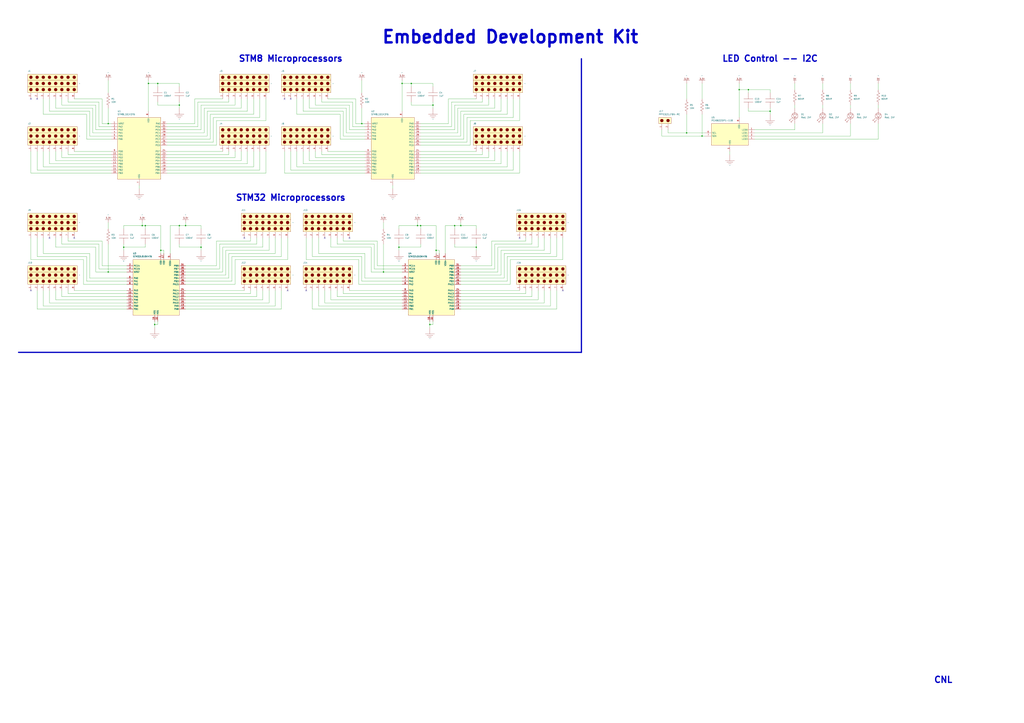
<source format=kicad_sch>
(kicad_sch (version 20231120) (generator "eeschema") (generator_version "8.0")
  (paper "A1")
  (title_block (title "Embedded Development Kit") (rev "A"))
  (lib_symbols
    (symbol "STM32L010K4T6_1"
      (property "Reference" "U" (at 5.08 55.88 0))
      (property "Value" "STM32L010K4T6" (at 5.08 53.34 0))
      (symbol "STM32L010K4T6_1_1_1"
        (pin passive line (at 27.94 55.88 270) (length 5.08) (name "VDD") (number "1"))
        (pin passive line (at 0 22.86 0) (length 5.08) (name "PA4") (number "10"))
        (pin passive line (at 0 20.32 0) (length 5.08) (name "PA5") (number "11"))
        (pin passive line (at 0 17.78 0) (length 5.08) (name "PA6") (number "12"))
        (pin passive line (at 0 15.24 0) (length 5.08) (name "PA7") (number "13"))
        (pin passive line (at 0 12.7 0) (length 5.08) (name "PB0") (number "14"))
        (pin passive line (at 0 10.16 0) (length 5.08) (name "PB1") (number "15"))
        (pin passive line (at 22.86 0 90) (length 5.08) (name "VSS") (number "16"))
        (pin passive line (at 30.48 55.88 270) (length 5.08) (name "VDD") (number "17"))
        (pin passive line (at 48.26 10.16 180) (length 5.08) (name "PA8") (number "18"))
        (pin passive line (at 48.26 12.7 180) (length 5.08) (name "PA9") (number "19"))
        (pin passive line (at 0 45.72 0) (length 5.08) (name "PC14") (number "2"))
        (pin passive line (at 48.26 15.24 180) (length 5.08) (name "PA10") (number "20"))
        (pin passive line (at 48.26 17.78 180) (length 5.08) (name "PA11") (number "21"))
        (pin passive line (at 48.26 20.32 180) (length 5.08) (name "PA12") (number "22"))
        (pin passive line (at 48.26 22.86 180) (length 5.08) (name "PA13") (number "23"))
        (pin passive line (at 48.26 25.4 180) (length 5.08) (name "PA14") (number "24"))
        (pin passive line (at 48.26 30.48 180) (length 5.08) (name "PA15") (number "25"))
        (pin passive line (at 48.26 33.02 180) (length 5.08) (name "PB3") (number "26"))
        (pin passive line (at 48.26 35.56 180) (length 5.08) (name "PB4") (number "27"))
        (pin passive line (at 48.26 38.1 180) (length 5.08) (name "PB5") (number "28"))
        (pin passive line (at 48.26 40.64 180) (length 5.08) (name "PB6") (number "29"))
        (pin passive line (at 0 43.18 0) (length 5.08) (name "PC15") (number "3"))
        (pin passive line (at 48.26 43.18 180) (length 5.08) (name "PB7") (number "30"))
        (pin passive line (at 48.26 45.72 180) (length 5.08) (name "PB9") (number "31"))
        (pin passive line (at 25.4 0 90) (length 5.08) (name "VSS") (number "32"))
        (pin passive line (at 0 40.64 0) (length 5.08) (name "NRST") (number "4"))
        (pin passive line (at 35.56 55.88 270) (length 5.08) (name "VDDA") (number "5"))
        (pin passive line (at 0 35.56 0) (length 5.08) (name "PA0") (number "6"))
        (pin passive line (at 0 33.02 0) (length 5.08) (name "PA1") (number "7"))
        (pin passive line (at 0 30.48 0) (length 5.08) (name "PA2") (number "8"))
        (pin passive line (at 0 25.4 0) (length 5.08) (name "PA3") (number "9"))
      )
    )
    (symbol "edk_symbolLibrary:151033RS03000"
      (property "Reference" "D" (at 5.08 7.62 0))
      (property "Value" "Red, 2Vf" (at 5.08 5.08 0))
      (symbol "151033RS03000_1_1"
        (pin passive line (at 0 12.7 270) (length 0) hide (name "") (number "1"))
        (pin passive line (at 0 0 90) (length 0) hide (name "") (number "2"))
      )
    )
    (symbol "edk_symbolLibrary:3.3V" (power) (pin_numbers hide) (pin_names (offset 0) hide) (in_bom no) (on_board no)
      (symbol "3.3V_1_1"
        (text "3.3V" (at 0 3.81 0) (effects (font (size 1.27 1.27))))
        (pin power_in line (at 0 0 90) (length 0) hide (name "") (number "1"))
      )
    )
    (symbol "edk_symbolLibrary:5V" (power) (pin_numbers hide) (pin_names (offset 0) hide) (in_bom no) (on_board no)
      (symbol "5V_1_1"
        (text "5V" (at 0 3.81 0) (effects (font (size 1.27 1.27))))
        (pin power_in line (at 0 0 90) (length 0) hide (name "") (number "1"))
      )
    )
    (symbol "edk_symbolLibrary:8x3_Pin_Header_PPPC"
      (property "Reference" "J" (at 0 22.86 0))
      (symbol "8x3_Pin_Header_PPPC_1_1"
        (pin passive line (at 2.54 0 90) (length 5.08) (name "") (number "1"))
        (pin passive line (at 7.62 0 90) (length 5.08) (name "") (number "2"))
        (pin passive line (at 12.7 0 90) (length 5.08) (name "") (number "3"))
        (pin passive line (at 17.78 0 90) (length 5.08) (name "") (number "4"))
        (pin passive line (at 22.86 0 90) (length 5.08) (name "") (number "5"))
        (pin passive line (at 27.94 0 90) (length 5.08) (name "") (number "6"))
        (pin passive line (at 33.02 0 90) (length 5.08) (name "") (number "7"))
        (pin passive line (at 38.1 0 90) (length 5.08) (name "") (number "8"))
      )
    )
    (symbol "edk_symbolLibrary:Capacitor_SMD-0603"
      (property "Reference" "C" (at 5.08 7.62 0))
      (symbol "Capacitor_SMD-0603_1_1"
        (pin passive line (at 0 12.7 270) (length 0) hide (name "") (number "1"))
        (pin passive line (at 0 0 90) (length 0) hide (name "") (number "2"))
      )
    )
    (symbol "edk_symbolLibrary:Capacitor_SMD-0805"
      (property "Reference" "C" (at 5.08 7.62 0))
      (symbol "Capacitor_SMD-0805_1_1"
        (pin passive line (at 0 12.7 270) (length 0) hide (name "") (number "1"))
        (pin passive line (at 0 0 90) (length 0) hide (name "") (number "2"))
      )
    )
    (symbol "edk_symbolLibrary:GND" (power) (pin_numbers hide) (pin_names (offset 0) hide) (in_bom no) (on_board no)
      (symbol "GND_1_1"
        (pin power_in line (at 0 0 270) (length 0) hide (name "") (number "1"))
      )
    )
    (symbol "edk_symbolLibrary:PCA9632DP1-118"
      (property "Reference" "U" (at 5.08 27.94 0))
      (property "Value" "PCA9632DP1-118" (at 5.08 25.4 0))
      (symbol "PCA9632DP1-118_1_1"
        (pin passive line (at 40.64 17.78 180) (length 5.08) (name "LED0") (number "1"))
        (pin passive line (at 40.64 15.24 180) (length 5.08) (name "LED1") (number "2"))
        (pin passive line (at 40.64 12.7 180) (length 5.08) (name "LED2") (number "3"))
        (pin passive line (at 40.64 10.16 180) (length 5.08) (name "LED3") (number "4"))
        (pin passive line (at 20.32 0 90) (length 5.08) (name "VSS") (number "5"))
        (pin passive line (at 0 15.24 0) (length 5.08) (name "SCL") (number "6"))
        (pin passive line (at 0 12.7 0) (length 5.08) (name "SDA") (number "7"))
        (pin passive line (at 27.94 27.94 270) (length 5.08) (name "VDD") (number "8"))
      )
    )
    (symbol "edk_symbolLibrary:PPTC021LFBN-RC"
      (property "Reference" "J" (at 0 15.24 0))
      (property "Value" "PPTC021LFBN-RC" (at 0 12.7 0))
      (symbol "PPTC021LFBN-RC_1_1"
        (pin passive line (at 2.54 0 90) (length 5.08) (name "") (number "1"))
        (pin passive line (at 7.62 0 90) (length 5.08) (name "") (number "2"))
      )
    )
    (symbol "edk_symbolLibrary:Resistor_SMD-0603"
      (property "Reference" "R" (at 2.54 7.62 0))
      (symbol "Resistor_SMD-0603_1_1"
        (pin passive line (at 0 12.7 270) (length 0) hide (name "") (number "1"))
        (pin passive line (at 0 0 90) (length 0) hide (name "") (number "2"))
      )
    )
    (symbol "edk_symbolLibrary:STM8L101K3T6"
      (property "Reference" "U" (at 5.08 60.96 0))
      (property "Value" "STM8L101K3T6" (at 5.08 58.42 0))
      (symbol "STM8L101K3T6_1_1"
        (pin passive line (at 0 50.8 0) (length 5.08) (name "NRST") (number "1"))
        (pin passive line (at 0 25.4 0) (length 5.08) (name "PD1") (number "10"))
        (pin passive line (at 0 22.86 0) (length 5.08) (name "PD2") (number "11"))
        (pin passive line (at 0 20.32 0) (length 5.08) (name "PD3") (number "12"))
        (pin passive line (at 0 17.78 0) (length 5.08) (name "PB0") (number "13"))
        (pin passive line (at 0 15.24 0) (length 5.08) (name "PB1") (number "14"))
        (pin passive line (at 0 12.7 0) (length 5.08) (name "PB2") (number "15"))
        (pin passive line (at 0 10.16 0) (length 5.08) (name "PB3") (number "16"))
        (pin passive line (at 45.72 10.16 180) (length 5.08) (name "PB4") (number "17"))
        (pin passive line (at 45.72 12.7 180) (length 5.08) (name "PB5") (number "18"))
        (pin passive line (at 45.72 15.24 180) (length 5.08) (name "PB6") (number "19"))
        (pin passive line (at 0 48.26 0) (length 5.08) (name "PA2") (number "2"))
        (pin passive line (at 45.72 17.78 180) (length 5.08) (name "PB7") (number "20"))
        (pin passive line (at 45.72 20.32 180) (length 5.08) (name "PD4") (number "21"))
        (pin passive line (at 45.72 22.86 180) (length 5.08) (name "PD5") (number "22"))
        (pin passive line (at 45.72 25.4 180) (length 5.08) (name "PD6") (number "23"))
        (pin passive line (at 45.72 27.94 180) (length 5.08) (name "PD7") (number "24"))
        (pin passive line (at 45.72 33.02 180) (length 5.08) (name "PC0") (number "25"))
        (pin passive line (at 45.72 35.56 180) (length 5.08) (name "PC1") (number "26"))
        (pin passive line (at 45.72 38.1 180) (length 5.08) (name "PC2") (number "27"))
        (pin passive line (at 45.72 40.64 180) (length 5.08) (name "PC3") (number "28"))
        (pin passive line (at 45.72 43.18 180) (length 5.08) (name "PC4") (number "29"))
        (pin passive line (at 0 45.72 0) (length 5.08) (name "PA3") (number "3"))
        (pin passive line (at 45.72 45.72 180) (length 5.08) (name "PC5") (number "30"))
        (pin passive line (at 45.72 48.26 180) (length 5.08) (name "PC6") (number "31"))
        (pin passive line (at 45.72 50.8 180) (length 5.08) (name "PA0") (number "32"))
        (pin passive line (at 0 43.18 0) (length 5.08) (name "PA4") (number "4"))
        (pin passive line (at 0 40.64 0) (length 5.08) (name "PA5") (number "5"))
        (pin passive line (at 0 38.1 0) (length 5.08) (name "PA6") (number "6"))
        (pin passive line (at 22.86 0 90) (length 5.08) (name "VSS") (number "7"))
        (pin passive line (at 30.48 60.96 270) (length 5.08) (name "VDD") (number "8"))
        (pin passive line (at 0 27.94 0) (length 5.08) (name "PD0") (number "9"))
      )
    )
  )
  (junction (at 129.54 68.58))
  (junction (at 88.9 101.6))
  (junction (at 121.92 68.58))
  (junction (at 147.32 185.42))
  (junction (at 88.9 223.52))
  (junction (at 355.6 86.36))
  (junction (at 632.46 91.44))
  (junction (at 116.84 185.42))
  (junction (at 391.16 203.2))
  (junction (at 576.58 111.76))
  (junction (at 314.96 223.52))
  (junction (at 327.66 203.2))
  (junction (at 101.6 203.2))
  (junction (at 563.88 109.22))
  (junction (at 330.2 68.58))
  (junction (at 337.82 68.58))
  (junction (at 607.06 73.66))
  (junction (at 373.38 185.42))
  (junction (at 358.14 205.74))
  (junction (at 297.18 101.6))
  (junction (at 353.06 266.7))
  (junction (at 165.1 203.2))
  (junction (at 132.08 205.74))
  (junction (at 127 266.7))
  (junction (at 345.44 185.42))
  (junction (at 614.68 73.66))
  (junction (at 119.38 185.42))
  (junction (at 378.46 185.42))
  (junction (at 147.32 86.36))
  (junction (at 152.4 185.42))
  (junction (at 342.9 185.42))
  (no_connect (at 426.72 195.58))
  (no_connect (at 200.66 195.58))
  (no_connect (at 233.68 81.28))
  (no_connect (at 40.64 195.58))
  (no_connect (at 60.96 195.58))
  (no_connect (at 30.48 81.28))
  (no_connect (at 236.22 238.76))
  (no_connect (at 25.4 81.28))
  (no_connect (at 462.28 238.76))
  (no_connect (at 266.7 195.58))
  (no_connect (at 251.46 238.76))
  (no_connect (at 25.4 238.76))
  (no_connect (at 287.02 195.58))
  (no_connect (at 238.76 81.28))
  (wire (pts (xy 50.8 81.28) (xy 50.8 86.36)))
  (wire (pts (xy 269.24 124.46) (xy 299.72 124.46)))
  (wire (pts (xy 421.64 96.52) (xy 421.64 81.28)))
  (wire (pts (xy 345.44 111.76) (xy 378.46 111.76)))
  (wire (pts (xy 68.58 213.36) (xy 25.4 213.36)))
  (wire (pts (xy 314.96 200.66) (xy 314.96 223.52)))
  (wire (pts (xy 187.96 83.82) (xy 162.56 83.82)))
  (wire (pts (xy 276.86 243.84) (xy 330.2 243.84)))
  (wire (pts (xy 238.76 139.7) (xy 299.72 139.7)))
  (wire (pts (xy 226.06 251.46) (xy 226.06 238.76)))
  (wire (pts (xy 35.56 93.98) (xy 35.56 81.28)))
  (wire (pts (xy 40.64 91.44) (xy 73.66 91.44)))
  (wire (pts (xy 83.82 218.44) (xy 104.14 218.44)))
  (wire (pts (xy 632.46 91.44) (xy 632.46 93.98)))
  (wire (pts (xy 137.16 142.24) (xy 218.44 142.24)))
  (wire (pts (xy 254 132.08) (xy 299.72 132.08)))
  (wire (pts (xy 71.12 210.82) (xy 30.48 210.82)))
  (wire (pts (xy 396.24 83.82) (xy 370.84 83.82)))
  (wire (pts (xy 411.48 134.62) (xy 345.44 134.62)))
  (wire (pts (xy 137.16 119.38) (xy 177.8 119.38)))
  (wire (pts (xy 281.94 91.44) (xy 281.94 111.76)))
  (wire (pts (xy 264.16 124.46) (xy 264.16 127)))
  (wire (pts (xy 30.48 124.46) (xy 30.48 139.7)))
  (wire (pts (xy 436.88 200.66) (xy 436.88 195.58)))
  (wire (pts (xy 259.08 86.36) (xy 287.02 86.36)))
  (wire (pts (xy 213.36 139.7) (xy 137.16 139.7)))
  (wire (pts (xy 355.6 83.82) (xy 355.6 86.36)))
  (polyline (pts (xy 477.52 48.26) (xy 477.52 289.56)) (stroke (width 1.016)))
  (wire (pts (xy 71.12 231.14) (xy 104.14 231.14)))
  (wire (pts (xy 83.82 81.28) (xy 83.82 101.6)))
  (polyline (pts (xy 15.24 289.56) (xy 477.52 289.56)) (stroke (width 1.016)))
  (wire (pts (xy 248.92 81.28) (xy 248.92 91.44)))
  (wire (pts (xy 353.06 266.7) (xy 353.06 269.24)))
  (wire (pts (xy 447.04 205.74) (xy 447.04 195.58)))
  (wire (pts (xy 345.44 129.54) (xy 401.32 129.54)))
  (wire (pts (xy 152.4 241.3) (xy 205.74 241.3)))
  (wire (pts (xy 73.66 208.28) (xy 35.56 208.28)))
  (wire (pts (xy 83.82 101.6) (xy 88.9 101.6)))
  (wire (pts (xy 55.88 241.3) (xy 104.14 241.3)))
  (wire (pts (xy 50.8 124.46) (xy 50.8 129.54)))
  (wire (pts (xy 129.54 264.16) (xy 129.54 266.7)))
  (wire (pts (xy 248.92 91.44) (xy 281.94 91.44)))
  (wire (pts (xy 177.8 99.06) (xy 218.44 99.06)))
  (wire (pts (xy 607.06 73.66) (xy 614.68 73.66)))
  (wire (pts (xy 76.2 109.22) (xy 91.44 109.22)))
  (wire (pts (xy 137.16 129.54) (xy 193.04 129.54)))
  (wire (pts (xy 378.46 248.92) (xy 447.04 248.92)))
  (wire (pts (xy 266.7 248.92) (xy 266.7 238.76)))
  (wire (pts (xy 243.84 93.98) (xy 243.84 81.28)))
  (wire (pts (xy 607.06 68.58) (xy 607.06 73.66)))
  (wire (pts (xy 576.58 68.58) (xy 576.58 81.28)))
  (wire (pts (xy 419.1 233.68) (xy 419.1 213.36)))
  (wire (pts (xy 78.74 86.36) (xy 78.74 106.68)))
  (wire (pts (xy 129.54 68.58) (xy 129.54 71.12)))
  (wire (pts (xy 543.56 111.76) (xy 543.56 106.68)))
  (wire (pts (xy 152.4 182.88) (xy 152.4 185.42)))
  (wire (pts (xy 360.68 208.28) (xy 360.68 205.74)))
  (wire (pts (xy 256.54 210.82) (xy 256.54 195.58)))
  (wire (pts (xy 68.58 233.68) (xy 104.14 233.68)))
  (wire (pts (xy 289.56 83.82) (xy 289.56 104.14)))
  (wire (pts (xy 132.08 205.74) (xy 132.08 208.28)))
  (wire (pts (xy 152.4 233.68) (xy 193.04 233.68)))
  (wire (pts (xy 55.88 127) (xy 91.44 127)))
  (wire (pts (xy 411.48 205.74) (xy 447.04 205.74)))
  (wire (pts (xy 406.4 81.28) (xy 406.4 88.9)))
  (wire (pts (xy 294.64 213.36) (xy 251.46 213.36)))
  (wire (pts (xy 119.38 185.42) (xy 119.38 187.96)))
  (wire (pts (xy 632.46 88.9) (xy 632.46 91.44)))
  (wire (pts (xy 88.9 223.52) (xy 78.74 223.52)))
  (wire (pts (xy 386.08 99.06) (xy 426.72 99.06)))
  (wire (pts (xy 281.94 198.12) (xy 281.94 195.58)))
  (wire (pts (xy 307.34 200.66) (xy 276.86 200.66)))
  (wire (pts (xy 698.5 68.58) (xy 698.5 73.66)))
  (wire (pts (xy 373.38 200.66) (xy 373.38 203.2)))
  (wire (pts (xy 391.16 203.2) (xy 391.16 205.74)))
  (wire (pts (xy 416.56 231.14) (xy 416.56 210.82)))
  (wire (pts (xy 327.66 187.96) (xy 327.66 185.42)))
  (wire (pts (xy 81.28 83.82) (xy 55.88 83.82)))
  (wire (pts (xy 281.94 241.3) (xy 330.2 241.3)))
  (wire (pts (xy 35.56 195.58) (xy 35.56 208.28)))
  (wire (pts (xy 152.4 220.98) (xy 180.34 220.98)))
  (wire (pts (xy 406.4 220.98) (xy 406.4 200.66)))
  (wire (pts (xy 337.82 68.58) (xy 337.82 71.12)))
  (wire (pts (xy 431.8 198.12) (xy 431.8 195.58)))
  (wire (pts (xy 614.68 88.9) (xy 614.68 91.44)))
  (wire (pts (xy 426.72 99.06) (xy 426.72 81.28)))
  (wire (pts (xy 134.62 205.74) (xy 132.08 205.74)))
  (wire (pts (xy 441.96 246.38) (xy 441.96 238.76)))
  (wire (pts (xy 152.4 243.84) (xy 210.82 243.84)))
  (wire (pts (xy 314.96 182.88) (xy 314.96 187.96)))
  (wire (pts (xy 119.38 203.2) (xy 101.6 203.2)))
  (wire (pts (xy 127 264.16) (xy 127 266.7)))
  (wire (pts (xy 378.46 251.46) (xy 452.12 251.46)))
  (wire (pts (xy 78.74 106.68) (xy 91.44 106.68)))
  (wire (pts (xy 675.64 68.58) (xy 675.64 73.66)))
  (wire (pts (xy 114.3 152.4) (xy 114.3 154.94)))
  (wire (pts (xy 373.38 203.2) (xy 391.16 203.2)))
  (wire (pts (xy 215.9 203.2) (xy 215.9 195.58)))
  (wire (pts (xy 40.64 81.28) (xy 40.64 91.44)))
  (wire (pts (xy 342.9 185.42) (xy 345.44 185.42)))
  (wire (pts (xy 652.78 86.36) (xy 652.78 88.9)))
  (wire (pts (xy 25.4 213.36) (xy 25.4 195.58)))
  (wire (pts (xy 563.88 68.58) (xy 563.88 81.28)))
  (wire (pts (xy 167.64 109.22) (xy 137.16 109.22)))
  (wire (pts (xy 226.06 208.28) (xy 226.06 195.58)))
  (wire (pts (xy 345.44 203.2) (xy 327.66 203.2)))
  (wire (pts (xy 281.94 241.3) (xy 281.94 238.76)))
  (wire (pts (xy 25.4 124.46) (xy 25.4 142.24)))
  (wire (pts (xy 271.78 203.2) (xy 271.78 195.58)))
  (wire (pts (xy 73.66 91.44) (xy 73.66 111.76)))
  (wire (pts (xy 78.74 223.52) (xy 78.74 203.2)))
  (wire (pts (xy 127 266.7) (xy 127 269.24)))
  (wire (pts (xy 30.48 139.7) (xy 91.44 139.7)))
  (wire (pts (xy 261.62 251.46) (xy 330.2 251.46)))
  (wire (pts (xy 167.64 88.9) (xy 167.64 109.22)))
  (wire (pts (xy 132.08 205.74) (xy 132.08 185.42)))
  (wire (pts (xy 370.84 83.82) (xy 370.84 104.14)))
  (wire (pts (xy 170.18 111.76) (xy 170.18 91.44)))
  (wire (pts (xy 330.2 68.58) (xy 337.82 68.58)))
  (wire (pts (xy 421.64 139.7) (xy 345.44 139.7)))
  (wire (pts (xy 68.58 233.68) (xy 68.58 213.36)))
  (wire (pts (xy 345.44 119.38) (xy 386.08 119.38)))
  (wire (pts (xy 50.8 243.84) (xy 50.8 238.76)))
  (wire (pts (xy 457.2 210.82) (xy 457.2 195.58)))
  (wire (pts (xy 218.44 142.24) (xy 218.44 124.46)))
  (wire (pts (xy 35.56 251.46) (xy 104.14 251.46)))
  (wire (pts (xy 208.28 81.28) (xy 208.28 93.98)))
  (wire (pts (xy 721.36 114.3) (xy 721.36 101.6)))
  (wire (pts (xy 220.98 248.92) (xy 220.98 238.76)))
  (wire (pts (xy 60.96 81.28) (xy 83.82 81.28)))
  (wire (pts (xy 152.4 231.14) (xy 190.5 231.14)))
  (wire (pts (xy 139.7 185.42) (xy 139.7 208.28)))
  (wire (pts (xy 378.46 243.84) (xy 436.88 243.84)))
  (wire (pts (xy 426.72 142.24) (xy 426.72 124.46)))
  (wire (pts (xy 165.1 200.66) (xy 165.1 203.2)))
  (wire (pts (xy 403.86 198.12) (xy 431.8 198.12)))
  (wire (pts (xy 121.92 66.04) (xy 121.92 68.58)))
  (wire (pts (xy 373.38 185.42) (xy 373.38 187.96)))
  (wire (pts (xy 55.88 124.46) (xy 55.88 127)))
  (wire (pts (xy 365.76 185.42) (xy 373.38 185.42)))
  (wire (pts (xy 129.54 83.82) (xy 129.54 86.36)))
  (wire (pts (xy 121.92 91.44) (xy 121.92 68.58)))
  (wire (pts (xy 152.4 246.38) (xy 215.9 246.38)))
  (wire (pts (xy 462.28 213.36) (xy 462.28 195.58)))
  (wire (pts (xy 152.4 251.46) (xy 226.06 251.46)))
  (wire (pts (xy 271.78 246.38) (xy 271.78 238.76)))
  (wire (pts (xy 182.88 223.52) (xy 182.88 203.2)))
  (wire (pts (xy 411.48 226.06) (xy 411.48 205.74)))
  (wire (pts (xy 170.18 91.44) (xy 203.2 91.44)))
  (wire (pts (xy 378.46 254) (xy 457.2 254)))
  (wire (pts (xy 73.66 111.76) (xy 91.44 111.76)))
  (wire (pts (xy 45.72 88.9) (xy 45.72 81.28)))
  (wire (pts (xy 101.6 187.96) (xy 101.6 185.42)))
  (wire (pts (xy 81.28 104.14) (xy 91.44 104.14)))
  (wire (pts (xy 276.86 200.66) (xy 276.86 195.58)))
  (wire (pts (xy 353.06 264.16) (xy 353.06 266.7)))
  (wire (pts (xy 243.84 137.16) (xy 299.72 137.16)))
  (wire (pts (xy 614.68 91.44) (xy 632.46 91.44)))
  (wire (pts (xy 205.74 198.12) (xy 205.74 195.58)))
  (wire (pts (xy 378.46 182.88) (xy 378.46 185.42)))
  (wire (pts (xy 137.16 132.08) (xy 198.12 132.08)))
  (wire (pts (xy 452.12 251.46) (xy 452.12 238.76)))
  (wire (pts (xy 721.36 68.58) (xy 721.36 73.66)))
  (wire (pts (xy 185.42 205.74) (xy 220.98 205.74)))
  (wire (pts (xy 327.66 200.66) (xy 327.66 203.2)))
  (wire (pts (xy 675.64 109.22) (xy 675.64 101.6)))
  (wire (pts (xy 264.16 81.28) (xy 264.16 83.82)))
  (wire (pts (xy 292.1 101.6) (xy 297.18 101.6)))
  (wire (pts (xy 137.16 124.46) (xy 182.88 124.46)))
  (wire (pts (xy 548.64 109.22) (xy 548.64 106.68)))
  (wire (pts (xy 187.96 127) (xy 187.96 124.46)))
  (wire (pts (xy 381 93.98) (xy 381 114.3)))
  (wire (pts (xy 576.58 93.98) (xy 576.58 111.76)))
  (wire (pts (xy 698.5 111.76) (xy 698.5 101.6)))
  (wire (pts (xy 101.6 203.2) (xy 101.6 205.74)))
  (wire (pts (xy 264.16 127) (xy 299.72 127)))
  (wire (pts (xy 406.4 88.9) (xy 375.92 88.9)))
  (wire (pts (xy 414.02 208.28) (xy 452.12 208.28)))
  (wire (pts (xy 383.54 96.52) (xy 421.64 96.52)))
  (wire (pts (xy 391.16 187.96) (xy 391.16 185.42)))
  (wire (pts (xy 391.16 200.66) (xy 391.16 203.2)))
  (wire (pts (xy 60.96 124.46) (xy 91.44 124.46)))
  (wire (pts (xy 261.62 195.58) (xy 261.62 208.28)))
  (wire (pts (xy 160.02 101.6) (xy 160.02 81.28)))
  (wire (pts (xy 71.12 93.98) (xy 35.56 93.98)))
  (wire (pts (xy 165.1 203.2) (xy 165.1 205.74)))
  (wire (pts (xy 254 88.9) (xy 254 81.28)))
  (wire (pts (xy 35.56 124.46) (xy 35.56 137.16)))
  (wire (pts (xy 203.2 91.44) (xy 203.2 81.28)))
  (wire (pts (xy 607.06 73.66) (xy 607.06 96.52)))
  (wire (pts (xy 55.88 198.12) (xy 55.88 195.58)))
  (wire (pts (xy 81.28 200.66) (xy 50.8 200.66)))
  (wire (pts (xy 378.46 91.44) (xy 411.48 91.44)))
  (wire (pts (xy 208.28 137.16) (xy 208.28 124.46)))
  (wire (pts (xy 378.46 218.44) (xy 403.86 218.44)))
  (wire (pts (xy 165.1 86.36) (xy 193.04 86.36)))
  (wire (pts (xy 45.72 246.38) (xy 45.72 238.76)))
  (wire (pts (xy 330.2 66.04) (xy 330.2 68.58)))
  (wire (pts (xy 345.44 116.84) (xy 383.54 116.84)))
  (wire (pts (xy 101.6 185.42) (xy 116.84 185.42)))
  (wire (pts (xy 297.18 231.14) (xy 297.18 210.82)))
  (wire (pts (xy 50.8 86.36) (xy 78.74 86.36)))
  (wire (pts (xy 137.16 104.14) (xy 162.56 104.14)))
  (wire (pts (xy 25.4 142.24) (xy 91.44 142.24)))
  (wire (pts (xy 187.96 208.28) (xy 226.06 208.28)))
  (wire (pts (xy 193.04 129.54) (xy 193.04 124.46)))
  (wire (pts (xy 386.08 119.38) (xy 386.08 99.06)))
  (wire (pts (xy 406.4 132.08) (xy 406.4 124.46)))
  (wire (pts (xy 284.48 109.22) (xy 299.72 109.22)))
  (wire (pts (xy 35.56 251.46) (xy 35.56 238.76)))
  (wire (pts (xy 88.9 223.52) (xy 104.14 223.52)))
  (wire (pts (xy 233.68 124.46) (xy 233.68 142.24)))
  (wire (pts (xy 198.12 81.28) (xy 198.12 88.9)))
  (wire (pts (xy 284.48 88.9) (xy 284.48 109.22)))
  (wire (pts (xy 614.68 73.66) (xy 614.68 76.2)))
  (wire (pts (xy 337.82 86.36) (xy 355.6 86.36)))
  (wire (pts (xy 543.56 111.76) (xy 576.58 111.76)))
  (wire (pts (xy 213.36 96.52) (xy 213.36 81.28)))
  (wire (pts (xy 40.64 248.92) (xy 104.14 248.92)))
  (wire (pts (xy 294.64 233.68) (xy 294.64 213.36)))
  (wire (pts (xy 147.32 83.82) (xy 147.32 86.36)))
  (wire (pts (xy 198.12 88.9) (xy 167.64 88.9)))
  (wire (pts (xy 378.46 231.14) (xy 416.56 231.14)))
  (wire (pts (xy 698.5 86.36) (xy 698.5 88.9)))
  (wire (pts (xy 177.8 198.12) (xy 205.74 198.12)))
  (wire (pts (xy 193.04 86.36) (xy 193.04 81.28)))
  (wire (pts (xy 355.6 68.58) (xy 355.6 71.12)))
  (wire (pts (xy 210.82 243.84) (xy 210.82 238.76)))
  (wire (pts (xy 187.96 228.6) (xy 187.96 208.28)))
  (wire (pts (xy 152.4 254) (xy 231.14 254)))
  (wire (pts (xy 137.16 111.76) (xy 170.18 111.76)))
  (wire (pts (xy 309.88 198.12) (xy 281.94 198.12)))
  (wire (pts (xy 81.28 220.98) (xy 81.28 200.66)))
  (wire (pts (xy 373.38 86.36) (xy 401.32 86.36)))
  (wire (pts (xy 309.88 218.44) (xy 330.2 218.44)))
  (wire (pts (xy 134.62 208.28) (xy 134.62 205.74)))
  (wire (pts (xy 289.56 104.14) (xy 299.72 104.14)))
  (wire (pts (xy 119.38 200.66) (xy 119.38 203.2)))
  (wire (pts (xy 337.82 68.58) (xy 355.6 68.58)))
  (wire (pts (xy 243.84 124.46) (xy 243.84 137.16)))
  (wire (pts (xy 368.3 101.6) (xy 368.3 81.28)))
  (wire (pts (xy 284.48 88.9) (xy 254 88.9)))
  (wire (pts (xy 119.38 185.42) (xy 132.08 185.42)))
  (wire (pts (xy 152.4 218.44) (xy 177.8 218.44)))
  (wire (pts (xy 88.9 88.9) (xy 88.9 101.6)))
  (wire (pts (xy 279.4 93.98) (xy 243.84 93.98)))
  (wire (pts (xy 147.32 68.58) (xy 147.32 71.12)))
  (wire (pts (xy 375.92 109.22) (xy 345.44 109.22)))
  (wire (pts (xy 721.36 86.36) (xy 721.36 88.9)))
  (wire (pts (xy 452.12 208.28) (xy 452.12 195.58)))
  (wire (pts (xy 419.1 213.36) (xy 462.28 213.36)))
  (wire (pts (xy 50.8 243.84) (xy 104.14 243.84)))
  (wire (pts (xy 83.82 198.12) (xy 55.88 198.12)))
  (wire (pts (xy 71.12 114.3) (xy 91.44 114.3)))
  (wire (pts (xy 355.6 86.36) (xy 355.6 88.9)))
  (wire (pts (xy 396.24 127) (xy 396.24 124.46)))
  (wire (pts (xy 30.48 210.82) (xy 30.48 195.58)))
  (wire (pts (xy 147.32 200.66) (xy 147.32 203.2)))
  (wire (pts (xy 137.16 137.16) (xy 208.28 137.16)))
  (wire (pts (xy 297.18 66.04) (xy 297.18 76.2)))
  (wire (pts (xy 152.4 223.52) (xy 182.88 223.52)))
  (wire (pts (xy 175.26 96.52) (xy 213.36 96.52)))
  (wire (pts (xy 314.96 223.52) (xy 304.8 223.52)))
  (wire (pts (xy 50.8 200.66) (xy 50.8 195.58)))
  (wire (pts (xy 579.12 111.76) (xy 576.58 111.76)))
  (wire (pts (xy 345.44 127) (xy 396.24 127)))
  (wire (pts (xy 205.74 241.3) (xy 205.74 238.76)))
  (wire (pts (xy 297.18 101.6) (xy 299.72 101.6)))
  (wire (pts (xy 208.28 93.98) (xy 172.72 93.98)))
  (wire (pts (xy 261.62 251.46) (xy 261.62 238.76)))
  (wire (pts (xy 172.72 114.3) (xy 137.16 114.3)))
  (wire (pts (xy 411.48 124.46) (xy 411.48 134.62)))
  (wire (pts (xy 231.14 254) (xy 231.14 238.76)))
  (wire (pts (xy 266.7 248.92) (xy 330.2 248.92)))
  (wire (pts (xy 213.36 124.46) (xy 213.36 139.7)))
  (wire (pts (xy 342.9 182.88) (xy 342.9 185.42)))
  (wire (pts (xy 309.88 218.44) (xy 309.88 198.12)))
  (wire (pts (xy 251.46 213.36) (xy 251.46 195.58)))
  (wire (pts (xy 180.34 220.98) (xy 180.34 200.66)))
  (wire (pts (xy 116.84 185.42) (xy 119.38 185.42)))
  (wire (pts (xy 391.16 185.42) (xy 378.46 185.42)))
  (wire (pts (xy 322.58 152.4) (xy 322.58 154.94)))
  (wire (pts (xy 152.4 228.6) (xy 187.96 228.6)))
  (wire (pts (xy 345.44 124.46) (xy 391.16 124.46)))
  (wire (pts (xy 116.84 182.88) (xy 116.84 185.42)))
  (wire (pts (xy 619.76 106.68) (xy 652.78 106.68)))
  (wire (pts (xy 269.24 81.28) (xy 292.1 81.28)))
  (wire (pts (xy 299.72 228.6) (xy 330.2 228.6)))
  (wire (pts (xy 71.12 93.98) (xy 71.12 114.3)))
  (wire (pts (xy 83.82 218.44) (xy 83.82 198.12)))
  (wire (pts (xy 447.04 248.92) (xy 447.04 238.76)))
  (wire (pts (xy 165.1 185.42) (xy 152.4 185.42)))
  (wire (pts (xy 129.54 68.58) (xy 147.32 68.58)))
  (wire (pts (xy 190.5 210.82) (xy 231.14 210.82)))
  (wire (pts (xy 421.64 124.46) (xy 421.64 139.7)))
  (wire (pts (xy 129.54 266.7) (xy 127 266.7)))
  (wire (pts (xy 292.1 81.28) (xy 292.1 101.6)))
  (wire (pts (xy 152.4 185.42) (xy 147.32 185.42)))
  (wire (pts (xy 368.3 81.28) (xy 391.16 81.28)))
  (wire (pts (xy 373.38 106.68) (xy 373.38 86.36)))
  (wire (pts (xy 345.44 137.16) (xy 416.56 137.16)))
  (wire (pts (xy 619.76 111.76) (xy 698.5 111.76)))
  (wire (pts (xy 441.96 203.2) (xy 441.96 195.58)))
  (wire (pts (xy 619.76 114.3) (xy 721.36 114.3)))
  (wire (pts (xy 147.32 203.2) (xy 165.1 203.2)))
  (wire (pts (xy 378.46 111.76) (xy 378.46 91.44)))
  (wire (pts (xy 177.8 218.44) (xy 177.8 198.12)))
  (wire (pts (xy 327.66 185.42) (xy 342.9 185.42)))
  (wire (pts (xy 88.9 182.88) (xy 88.9 187.96)))
  (wire (pts (xy 345.44 106.68) (xy 373.38 106.68)))
  (wire (pts (xy 431.8 241.3) (xy 431.8 238.76)))
  (wire (pts (xy 271.78 246.38) (xy 330.2 246.38)))
  (wire (pts (xy 139.7 185.42) (xy 147.32 185.42)))
  (wire (pts (xy 193.04 213.36) (xy 236.22 213.36)))
  (wire (pts (xy 76.2 88.9) (xy 76.2 109.22)))
  (wire (pts (xy 187.96 81.28) (xy 187.96 83.82)))
  (wire (pts (xy 218.44 99.06) (xy 218.44 81.28)))
  (wire (pts (xy 152.4 226.06) (xy 185.42 226.06)))
  (wire (pts (xy 76.2 88.9) (xy 45.72 88.9)))
  (wire (pts (xy 121.92 68.58) (xy 129.54 68.58)))
  (wire (pts (xy 378.46 220.98) (xy 406.4 220.98)))
  (wire (pts (xy 215.9 246.38) (xy 215.9 238.76)))
  (wire (pts (xy 248.92 124.46) (xy 248.92 134.62)))
  (wire (pts (xy 614.68 73.66) (xy 632.46 73.66)))
  (wire (pts (xy 182.88 203.2) (xy 215.9 203.2)))
  (wire (pts (xy 345.44 104.14) (xy 370.84 104.14)))
  (wire (pts (xy 416.56 81.28) (xy 416.56 93.98)))
  (wire (pts (xy 652.78 68.58) (xy 652.78 73.66)))
  (wire (pts (xy 345.44 185.42) (xy 345.44 187.96)))
  (wire (pts (xy 73.66 228.6) (xy 73.66 208.28)))
  (wire (pts (xy 88.9 200.66) (xy 88.9 223.52)))
  (wire (pts (xy 256.54 254) (xy 330.2 254)))
  (wire (pts (xy 378.46 185.42) (xy 373.38 185.42)))
  (wire (pts (xy 88.9 101.6) (xy 91.44 101.6)))
  (wire (pts (xy 137.16 101.6) (xy 160.02 101.6)))
  (wire (pts (xy 160.02 81.28) (xy 182.88 81.28)))
  (wire (pts (xy 355.6 266.7) (xy 353.06 266.7)))
  (wire (pts (xy 287.02 106.68) (xy 299.72 106.68)))
  (wire (pts (xy 210.82 200.66) (xy 210.82 195.58)))
  (wire (pts (xy 198.12 132.08) (xy 198.12 124.46)))
  (wire (pts (xy 345.44 101.6) (xy 368.3 101.6)))
  (wire (pts (xy 81.28 220.98) (xy 104.14 220.98)))
  (wire (pts (xy 50.8 129.54) (xy 91.44 129.54)))
  (wire (pts (xy 193.04 233.68) (xy 193.04 213.36)))
  (wire (pts (xy 548.64 109.22) (xy 563.88 109.22)))
  (wire (pts (xy 35.56 137.16) (xy 91.44 137.16)))
  (wire (pts (xy 180.34 200.66) (xy 210.82 200.66)))
  (wire (pts (xy 276.86 243.84) (xy 276.86 238.76)))
  (wire (pts (xy 375.92 88.9) (xy 375.92 109.22)))
  (wire (pts (xy 563.88 93.98) (xy 563.88 109.22)))
  (wire (pts (xy 162.56 83.82) (xy 162.56 104.14)))
  (wire (pts (xy 287.02 86.36) (xy 287.02 106.68)))
  (wire (pts (xy 378.46 233.68) (xy 419.1 233.68)))
  (wire (pts (xy 378.46 223.52) (xy 408.94 223.52)))
  (wire (pts (xy 304.8 223.52) (xy 304.8 203.2)))
  (wire (pts (xy 30.48 254) (xy 30.48 238.76)))
  (wire (pts (xy 177.8 119.38) (xy 177.8 99.06)))
  (wire (pts (xy 147.32 86.36) (xy 147.32 88.9)))
  (wire (pts (xy 55.88 241.3) (xy 55.88 238.76)))
  (wire (pts (xy 147.32 185.42) (xy 147.32 187.96)))
  (wire (pts (xy 294.64 233.68) (xy 330.2 233.68)))
  (wire (pts (xy 345.44 132.08) (xy 406.4 132.08)))
  (wire (pts (xy 45.72 124.46) (xy 45.72 132.08)))
  (wire (pts (xy 45.72 132.08) (xy 91.44 132.08)))
  (wire (pts (xy 378.46 241.3) (xy 431.8 241.3)))
  (wire (pts (xy 60.96 238.76) (xy 104.14 238.76)))
  (wire (pts (xy 314.96 223.52) (xy 330.2 223.52)))
  (wire (pts (xy 40.64 248.92) (xy 40.64 238.76)))
  (wire (pts (xy 457.2 254) (xy 457.2 238.76)))
  (wire (pts (xy 381 114.3) (xy 345.44 114.3)))
  (wire (pts (xy 287.02 238.76) (xy 330.2 238.76)))
  (wire (pts (xy 165.1 187.96) (xy 165.1 185.42)))
  (wire (pts (xy 345.44 200.66) (xy 345.44 203.2)))
  (wire (pts (xy 345.44 185.42) (xy 358.14 185.42)))
  (wire (pts (xy 254 124.46) (xy 254 132.08)))
  (wire (pts (xy 403.86 218.44) (xy 403.86 198.12)))
  (wire (pts (xy 279.4 93.98) (xy 279.4 114.3)))
  (wire (pts (xy 411.48 91.44) (xy 411.48 81.28)))
  (wire (pts (xy 358.14 205.74) (xy 358.14 185.42)))
  (wire (pts (xy 152.4 238.76) (xy 200.66 238.76)))
  (wire (pts (xy 71.12 231.14) (xy 71.12 210.82)))
  (wire (pts (xy 304.8 203.2) (xy 271.78 203.2)))
  (wire (pts (xy 383.54 116.84) (xy 383.54 96.52)))
  (wire (pts (xy 365.76 185.42) (xy 365.76 208.28)))
  (wire (pts (xy 337.82 83.82) (xy 337.82 86.36)))
  (wire (pts (xy 416.56 210.82) (xy 457.2 210.82)))
  (wire (pts (xy 619.76 109.22) (xy 675.64 109.22)))
  (wire (pts (xy 45.72 246.38) (xy 104.14 246.38)))
  (wire (pts (xy 203.2 124.46) (xy 203.2 134.62)))
  (wire (pts (xy 203.2 134.62) (xy 137.16 134.62)))
  (wire (pts (xy 101.6 200.66) (xy 101.6 203.2)))
  (wire (pts (xy 378.46 228.6) (xy 414.02 228.6)))
  (wire (pts (xy 152.4 248.92) (xy 220.98 248.92)))
  (wire (pts (xy 307.34 220.98) (xy 307.34 200.66)))
  (wire (pts (xy 599.44 124.46) (xy 599.44 127)))
  (wire (pts (xy 416.56 93.98) (xy 381 93.98)))
  (wire (pts (xy 652.78 106.68) (xy 652.78 101.6)))
  (wire (pts (xy 137.16 116.84) (xy 175.26 116.84)))
  (wire (pts (xy 632.46 73.66) (xy 632.46 76.2)))
  (wire (pts (xy 233.68 142.24) (xy 299.72 142.24)))
  (wire (pts (xy 172.72 93.98) (xy 172.72 114.3)))
  (wire (pts (xy 259.08 81.28) (xy 259.08 86.36)))
  (wire (pts (xy 175.26 116.84) (xy 175.26 96.52)))
  (wire (pts (xy 675.64 86.36) (xy 675.64 88.9)))
  (wire (pts (xy 279.4 114.3) (xy 299.72 114.3)))
  (wire (pts (xy 259.08 124.46) (xy 259.08 129.54)))
  (wire (pts (xy 297.18 231.14) (xy 330.2 231.14)))
  (wire (pts (xy 88.9 66.04) (xy 88.9 76.2)))
  (wire (pts (xy 327.66 203.2) (xy 327.66 205.74)))
  (wire (pts (xy 358.14 205.74) (xy 358.14 208.28)))
  (wire (pts (xy 378.46 246.38) (xy 441.96 246.38)))
  (wire (pts (xy 406.4 200.66) (xy 436.88 200.66)))
  (wire (pts (xy 378.46 226.06) (xy 411.48 226.06)))
  (wire (pts (xy 231.14 210.82) (xy 231.14 195.58)))
  (wire (pts (xy 436.88 243.84) (xy 436.88 238.76)))
  (wire (pts (xy 248.92 134.62) (xy 299.72 134.62)))
  (wire (pts (xy 78.74 203.2) (xy 45.72 203.2)))
  (wire (pts (xy 238.76 124.46) (xy 238.76 139.7)))
  (wire (pts (xy 55.88 81.28) (xy 55.88 83.82)))
  (wire (pts (xy 190.5 231.14) (xy 190.5 210.82)))
  (wire (pts (xy 378.46 238.76) (xy 426.72 238.76)))
  (wire (pts (xy 256.54 254) (xy 256.54 238.76)))
  (wire (pts (xy 165.1 106.68) (xy 165.1 86.36)))
  (wire (pts (xy 129.54 86.36) (xy 147.32 86.36)))
  (wire (pts (xy 259.08 129.54) (xy 299.72 129.54)))
  (wire (pts (xy 401.32 129.54) (xy 401.32 124.46)))
  (wire (pts (xy 416.56 137.16) (xy 416.56 124.46)))
  (wire (pts (xy 414.02 228.6) (xy 414.02 208.28)))
  (wire (pts (xy 297.18 88.9) (xy 297.18 101.6)))
  (wire (pts (xy 408.94 223.52) (xy 408.94 203.2)))
  (wire (pts (xy 563.88 109.22) (xy 579.12 109.22)))
  (wire (pts (xy 307.34 220.98) (xy 330.2 220.98)))
  (wire (pts (xy 281.94 111.76) (xy 299.72 111.76)))
  (wire (pts (xy 45.72 203.2) (xy 45.72 195.58)))
  (wire (pts (xy 289.56 83.82) (xy 264.16 83.82)))
  (wire (pts (xy 236.22 213.36) (xy 236.22 195.58)))
  (wire (pts (xy 40.64 134.62) (xy 91.44 134.62)))
  (wire (pts (xy 297.18 210.82) (xy 256.54 210.82)))
  (wire (pts (xy 137.16 106.68) (xy 165.1 106.68)))
  (wire (pts (xy 73.66 228.6) (xy 104.14 228.6)))
  (wire (pts (xy 299.72 228.6) (xy 299.72 208.28)))
  (wire (pts (xy 299.72 208.28) (xy 261.62 208.28)))
  (wire (pts (xy 220.98 205.74) (xy 220.98 195.58)))
  (wire (pts (xy 30.48 254) (xy 104.14 254)))
  (wire (pts (xy 396.24 81.28) (xy 396.24 83.82)))
  (wire (pts (xy 408.94 203.2) (xy 441.96 203.2)))
  (wire (pts (xy 185.42 226.06) (xy 185.42 205.74)))
  (wire (pts (xy 401.32 86.36) (xy 401.32 81.28)))
  (wire (pts (xy 355.6 264.16) (xy 355.6 266.7)))
  (wire (pts (xy 137.16 127) (xy 187.96 127)))
  (wire (pts (xy 360.68 205.74) (xy 358.14 205.74)))
  (wire (pts (xy 40.64 124.46) (xy 40.64 134.62)))
  (wire (pts (xy 330.2 91.44) (xy 330.2 68.58)))
  (wire (pts (xy 81.28 83.82) (xy 81.28 104.14)))
  (wire (pts (xy 345.44 142.24) (xy 426.72 142.24)))
  (text "CNL" (at 774.7 558.8 0) (effects (font (size 5.08 5.08) (thickness 1.016) (bold yes))))
  (text "STM8 Microprocessors" (at 238.76 48.26 0) (effects (font (size 5.08 5.08) (thickness 1.016) (bold yes))))
  (text "LED Control -- I2C" (at 632.46 48.26 0) (effects (font (size 5.08 5.08) (thickness 1.016) (bold yes))))
  (text "Embedded Development Kit" (at 419.1 30.48 0) (effects (font (size 10.16 10.16) (thickness 2.032) (bold yes))))
  (text "STM32 Microprocessors" (at 238.76 162.56 0) (effects (font (size 5.08 5.08) (thickness 1.016) (bold yes))))
  (symbol (lib_id "edk_symbolLibrary:3.3V") (at 576.58 68.58 0) (unit 1) (in_bom no) (on_board no)
    (property "Reference" "#PWR7" (effects (hide yes)))
    (property "Value" "~" (at 576.58 62.23 0))
  )
  (symbol (lib_id "edk_symbolLibrary:8x3_Pin_Header_PPPC") (at 22.86 124.46 0) (unit 1)
    (property "Reference" "J2" (at 22.86 101.6 0) (effects (justify left)))
    (property "Value" "~" (at 64.77 111.76 0) (effects (justify left)))
  )
  (symbol (lib_id "edk_symbolLibrary:Capacitor_SMD-0805") (at 101.6 200.66 0) (unit 1)
    (property "Reference" "C5" (at 106.68 193.04 0) (effects (justify left)))
    (property "Value" "1uF" (at 106.68 195.58 0) (effects (justify left)))
  )
  (symbol (lib_id "edk_symbolLibrary:GND") (at 147.32 88.9 0) (unit 1) (in_bom no) (on_board no)
    (property "Reference" "#PWR10" (effects (hide yes)))
    (property "Value" "~" (at 147.32 97.79 0))
  )
  (symbol (lib_id "edk_symbolLibrary:Capacitor_SMD-0805") (at 327.66 200.66 0) (unit 1)
    (property "Reference" "C9" (at 332.74 193.04 0) (effects (justify left)))
    (property "Value" "1uF" (at 332.74 195.58 0) (effects (justify left)))
  )
  (symbol (lib_id "edk_symbolLibrary:Capacitor_SMD-0603") (at 345.44 200.66 0) (unit 1)
    (property "Reference" "C10" (at 350.52 193.04 0) (effects (justify left)))
    (property "Value" "100nF" (at 350.52 195.58 0) (effects (justify left)))
  )
  (symbol (lib_id "edk_symbolLibrary:8x3_Pin_Header_PPPC") (at 22.86 195.58 0) (unit 1)
    (property "Reference" "J9" (at 22.86 172.72 0) (effects (justify left)))
    (property "Value" "~" (at 64.77 182.88 0) (effects (justify left)))
  )
  (symbol (lib_id "edk_symbolLibrary:8x3_Pin_Header_PPPC") (at 22.86 81.28 0) (unit 1)
    (property "Reference" "J1" (at 22.86 58.42 0) (effects (justify left)))
    (property "Value" "~" (at 64.77 68.58 0) (effects (justify left)))
  )
  (symbol (lib_id "edk_symbolLibrary:GND") (at 391.16 205.74 0) (unit 1) (in_bom no) (on_board no)
    (property "Reference" "#PWR26" (effects (hide yes)))
    (property "Value" "~" (at 391.16 214.63 0))
  )
  (symbol (lib_id "edk_symbolLibrary:8x3_Pin_Header_PPPC") (at 424.18 195.58 0) (unit 1)
    (property "Reference" "J15" (at 424.18 172.72 0) (effects (justify left)))
    (property "Value" "~" (at 466.09 182.88 0) (effects (justify left)))
  )
  (symbol (lib_id "edk_symbolLibrary:8x3_Pin_Header_PPPC") (at 388.62 81.28 0) (unit 1)
    (property "Reference" "J7" (at 388.62 58.42 0) (effects (justify left)))
    (property "Value" "~" (at 430.53 68.58 0) (effects (justify left)))
  )
  (symbol (lib_id "edk_symbolLibrary:8x3_Pin_Header_PPPC") (at 180.34 81.28 0) (unit 1)
    (property "Reference" "J3" (at 180.34 58.42 0) (effects (justify left)))
    (property "Value" "~" (at 222.25 68.58 0) (effects (justify left)))
  )
  (symbol (lib_id "edk_symbolLibrary:GND") (at 114.3 154.94 0) (unit 1) (in_bom no) (on_board no)
    (property "Reference" "#PWR2" (effects (hide yes)))
    (property "Value" "~" (at 114.3 163.83 0))
  )
  (symbol (lib_id "edk_symbolLibrary:3.3V") (at 116.84 182.88 0) (unit 1) (in_bom no) (on_board no)
    (property "Reference" "#PWR17" (effects (hide yes)))
    (property "Value" "~" (at 116.84 176.53 0))
  )
  (symbol (lib_id "edk_symbolLibrary:Capacitor_SMD-0805") (at 165.1 200.66 0) (unit 1)
    (property "Reference" "C8" (at 170.18 193.04 0) (effects (justify left)))
    (property "Value" "1uF" (at 170.18 195.58 0) (effects (justify left)))
  )
  (symbol (lib_id "edk_symbolLibrary:GND") (at 127 269.24 0) (unit 1) (in_bom no) (on_board no)
    (property "Reference" "#PWR18" (effects (hide yes)))
    (property "Value" "~" (at 127 278.13 0))
  )
  (symbol (lib_id "edk_symbolLibrary:151033RS03000") (at 652.78 88.9 180) (unit 1)
    (property "Reference" "D1" (at 657.86 93.98 0) (effects (justify right)))
    (property "Value" "Red, 2Vf" (at 657.86 96.52 0) (effects (justify right)))
  )
  (symbol (lib_id "edk_symbolLibrary:151033RS03000") (at 698.5 88.9 180) (unit 1)
    (property "Reference" "D3" (at 703.58 93.98 0) (effects (justify right)))
    (property "Value" "Red, 2Vf" (at 703.58 96.52 0) (effects (justify right)))
  )
  (symbol (lib_id "edk_symbolLibrary:5V") (at 652.78 68.58 0) (unit 1) (in_bom no) (on_board no)
    (property "Reference" "#PWR16" (effects (hide yes)))
    (property "Value" "~" (at 652.78 62.23 0))
  )
  (symbol (lib_id "edk_symbolLibrary:Capacitor_SMD-0805") (at 147.32 83.82 0) (unit 1)
    (property "Reference" "C2" (at 152.4 76.2 0) (effects (justify left)))
    (property "Value" "1uF" (at 152.4 78.74 0) (effects (justify left)))
  )
  (symbol (lib_id "edk_symbolLibrary:5V") (at 721.36 68.58 0) (unit 1) (in_bom no) (on_board no)
    (property "Reference" "#PWR29" (effects (hide yes)))
    (property "Value" "~" (at 721.36 62.23 0))
  )
  (symbol (lib_id "edk_symbolLibrary:Resistor_SMD-0603") (at 563.88 93.98 0) (unit 1)
    (property "Reference" "R5" (at 566.42 86.36 0) (effects (justify left)))
    (property "Value" "10K" (at 566.42 88.9 0) (effects (justify left)))
  )
  (symbol (lib_id "edk_symbolLibrary:Resistor_SMD-0603") (at 576.58 93.98 0) (unit 1)
    (property "Reference" "R6" (at 579.12 86.36 0) (effects (justify left)))
    (property "Value" "10K" (at 579.12 88.9 0) (effects (justify left)))
  )
  (symbol (lib_id "edk_symbolLibrary:GND") (at 322.58 154.94 0) (unit 1) (in_bom no) (on_board no)
    (property "Reference" "#PWR12" (effects (hide yes)))
    (property "Value" "~" (at 322.58 163.83 0))
  )
  (symbol (lib_id "edk_symbolLibrary:3.3V") (at 342.9 182.88 0) (unit 1) (in_bom no) (on_board no)
    (property "Reference" "#PWR23" (effects (hide yes)))
    (property "Value" "~" (at 342.9 176.53 0))
  )
  (symbol (lib_id "edk_symbolLibrary:8x3_Pin_Header_PPPC") (at 424.18 238.76 0) (unit 1)
    (property "Reference" "J16" (at 424.18 215.9 0) (effects (justify left)))
    (property "Value" "~" (at 466.09 226.06 0) (effects (justify left)))
  )
  (symbol (lib_id "edk_symbolLibrary:3.3V") (at 330.2 66.04 0) (unit 1) (in_bom no) (on_board no)
    (property "Reference" "#PWR13" (effects (hide yes)))
    (property "Value" "~" (at 330.2 59.69 0))
  )
  (symbol (lib_id "edk_symbolLibrary:5V") (at 675.64 68.58 0) (unit 1) (in_bom no) (on_board no)
    (property "Reference" "#PWR27" (effects (hide yes)))
    (property "Value" "~" (at 675.64 62.23 0))
  )
  (symbol (lib_id "edk_symbolLibrary:Resistor_SMD-0603") (at 88.9 200.66 0) (unit 1)
    (property "Reference" "R3" (at 91.44 193.04 0) (effects (justify left)))
    (property "Value" "10K" (at 91.44 195.58 0) (effects (justify left)))
  )
  (symbol (lib_id "edk_symbolLibrary:3.3V") (at 297.18 66.04 0) (unit 1) (in_bom no) (on_board no)
    (property "Reference" "#PWR11" (effects (hide yes)))
    (property "Value" "~" (at 297.18 59.69 0))
  )
  (symbol (lib_id "edk_symbolLibrary:GND") (at 599.44 127 0) (unit 1) (in_bom no) (on_board no)
    (property "Reference" "#PWR5" (effects (hide yes)))
    (property "Value" "~" (at 599.44 135.89 0))
  )
  (symbol (lib_id "edk_symbolLibrary:Resistor_SMD-0603") (at 721.36 86.36 0) (unit 1)
    (property "Reference" "R10" (at 723.9 78.74 0) (effects (justify left)))
    (property "Value" "604R" (at 723.9 81.28 0) (effects (justify left)))
  )
  (symbol (lib_id "edk_symbolLibrary:8x3_Pin_Header_PPPC") (at 22.86 238.76 0) (unit 1)
    (property "Reference" "J10" (at 22.86 215.9 0) (effects (justify left)))
    (property "Value" "~" (at 64.77 226.06 0) (effects (justify left)))
  )
  (symbol (lib_id "edk_symbolLibrary:Capacitor_SMD-0603") (at 129.54 83.82 0) (unit 1)
    (property "Reference" "C1" (at 134.62 76.2 0) (effects (justify left)))
    (property "Value" "100nF" (at 134.62 78.74 0) (effects (justify left)))
  )
  (symbol (lib_id "edk_symbolLibrary:8x3_Pin_Header_PPPC") (at 248.92 195.58 0) (unit 1)
    (property "Reference" "J13" (at 248.92 172.72 0) (effects (justify left)))
    (property "Value" "~" (at 290.83 182.88 0) (effects (justify left)))
  )
  (symbol (lib_id "edk_symbolLibrary:Resistor_SMD-0603") (at 652.78 86.36 0) (unit 1)
    (property "Reference" "R7" (at 655.32 78.74 0) (effects (justify left)))
    (property "Value" "604R" (at 655.32 81.28 0) (effects (justify left)))
  )
  (symbol (lib_id "edk_symbolLibrary:3.3V") (at 152.4 182.88 0) (unit 1) (in_bom no) (on_board no)
    (property "Reference" "#PWR19" (effects (hide yes)))
    (property "Value" "~" (at 152.4 176.53 0))
  )
  (symbol (lib_id "edk_symbolLibrary:Capacitor_SMD-0603") (at 614.68 88.9 0) (unit 1)
    (property "Reference" "C13" (at 619.76 81.28 0) (effects (justify left)))
    (property "Value" "100nF" (at 619.76 83.82 0) (effects (justify left)))
  )
  (symbol (lib_id "edk_symbolLibrary:151033RS03000") (at 675.64 88.9 180) (unit 1)
    (property "Reference" "D2" (at 680.72 93.98 0) (effects (justify right)))
    (property "Value" "Red, 2Vf" (at 680.72 96.52 0) (effects (justify right)))
  )
  (symbol (lib_id "edk_symbolLibrary:STM8L101K3T6") (at 91.44 152.4 0) (unit 1)
    (property "Reference" "U1" (at 96.52 91.44 0) (effects (justify left)))
    (property "Value" "STM8L101K3T6" (at 96.52 93.98 0) (effects (justify left)))
  )
  (symbol (lib_id "edk_symbolLibrary:PCA9632DP1-118") (at 579.12 124.46 0) (unit 1)
    (property "Reference" "U5" (at 584.2 96.52 0) (effects (justify left)))
    (property "Value" "PCA9632DP1-118" (at 584.2 99.06 0) (effects (justify left)))
  )
  (symbol (lib_id "edk_symbolLibrary:8x3_Pin_Header_PPPC") (at 388.62 124.46 0) (unit 1)
    (property "Reference" "J8" (at 388.62 101.6 0) (effects (justify left)))
    (property "Value" "~" (at 430.53 111.76 0) (effects (justify left)))
  )
  (symbol (lib_id "edk_symbolLibrary:Resistor_SMD-0603") (at 675.64 86.36 0) (unit 1)
    (property "Reference" "R8" (at 678.18 78.74 0) (effects (justify left)))
    (property "Value" "604R" (at 678.18 81.28 0) (effects (justify left)))
  )
  (symbol (lib_id "edk_symbolLibrary:Capacitor_SMD-0603") (at 119.38 200.66 0) (unit 1)
    (property "Reference" "C6" (at 124.46 193.04 0) (effects (justify left)))
    (property "Value" "100nF" (at 124.46 195.58 0) (effects (justify left)))
  )
  (symbol (lib_id "edk_symbolLibrary:8x3_Pin_Header_PPPC") (at 198.12 238.76 0) (unit 1)
    (property "Reference" "J12" (at 198.12 215.9 0) (effects (justify left)))
    (property "Value" "~" (at 240.03 226.06 0) (effects (justify left)))
  )
  (symbol (lib_id "edk_symbolLibrary:Capacitor_SMD-0603") (at 373.38 200.66 0) (unit 1)
    (property "Reference" "C11" (at 378.46 193.04 0) (effects (justify left)))
    (property "Value" "100nF" (at 378.46 195.58 0) (effects (justify left)))
  )
  (symbol (lib_name "STM32L010K4T6_1") (lib_id "edk_symbolLibrary:STM32L010K4T6") (at 104.14 264.16 0) (unit 1)
    (property "Reference" "U3" (at 109.22 208.28 0) (effects (justify left)))
    (property "Value" "STM32L010K4T6" (at 109.22 210.82 0) (effects (justify left)))
  )
  (symbol (lib_id "edk_symbolLibrary:GND") (at 165.1 205.74 0) (unit 1) (in_bom no) (on_board no)
    (property "Reference" "#PWR20" (effects (hide yes)))
    (property "Value" "~" (at 165.1 214.63 0))
  )
  (symbol (lib_id "edk_symbolLibrary:Capacitor_SMD-0603") (at 337.82 83.82 0) (unit 1)
    (property "Reference" "C3" (at 342.9 76.2 0) (effects (justify left)))
    (property "Value" "100nF" (at 342.9 78.74 0) (effects (justify left)))
  )
  (symbol (lib_name "STM32L010K4T6_1") (lib_id "edk_symbolLibrary:STM32L010K4T6") (at 330.2 264.16 0) (unit 1)
    (property "Reference" "U4" (at 335.28 208.28 0) (effects (justify left)))
    (property "Value" "STM32L010K4T6" (at 335.28 210.82 0) (effects (justify left)))
  )
  (symbol (lib_id "edk_symbolLibrary:GND") (at 353.06 269.24 0) (unit 1) (in_bom no) (on_board no)
    (property "Reference" "#PWR24" (effects (hide yes)))
    (property "Value" "~" (at 353.06 278.13 0))
  )
  (symbol (lib_id "edk_symbolLibrary:8x3_Pin_Header_PPPC") (at 231.14 81.28 0) (unit 1)
    (property "Reference" "J5" (at 231.14 58.42 0) (effects (justify left)))
    (property "Value" "~" (at 273.05 68.58 0) (effects (justify left)))
  )
  (symbol (lib_id "edk_symbolLibrary:3.3V") (at 121.92 66.04 0) (unit 1) (in_bom no) (on_board no)
    (property "Reference" "#PWR9" (effects (hide yes)))
    (property "Value" "~" (at 121.92 59.69 0))
  )
  (symbol (lib_id "edk_symbolLibrary:Capacitor_SMD-0805") (at 391.16 200.66 0) (unit 1)
    (property "Reference" "C12" (at 396.24 193.04 0) (effects (justify left)))
    (property "Value" "1uF" (at 396.24 195.58 0) (effects (justify left)))
  )
  (symbol (lib_id "edk_symbolLibrary:3.3V") (at 88.9 182.88 0) (unit 1) (in_bom no) (on_board no)
    (property "Reference" "#PWR3" (effects (hide yes)))
    (property "Value" "~" (at 88.9 176.53 0))
  )
  (symbol (lib_id "edk_symbolLibrary:3.3V") (at 378.46 182.88 0) (unit 1) (in_bom no) (on_board no)
    (property "Reference" "#PWR25" (effects (hide yes)))
    (property "Value" "~" (at 378.46 176.53 0))
  )
  (symbol (lib_id "edk_symbolLibrary:8x3_Pin_Header_PPPC") (at 248.92 238.76 0) (unit 1)
    (property "Reference" "J14" (at 248.92 215.9 0) (effects (justify left)))
    (property "Value" "~" (at 290.83 226.06 0) (effects (justify left)))
  )
  (symbol (lib_id "edk_symbolLibrary:8x3_Pin_Header_PPPC") (at 180.34 124.46 0) (unit 1)
    (property "Reference" "J4" (at 180.34 101.6 0) (effects (justify left)))
    (property "Value" "~" (at 222.25 111.76 0) (effects (justify left)))
  )
  (symbol (lib_id "edk_symbolLibrary:3.3V") (at 314.96 182.88 0) (unit 1) (in_bom no) (on_board no)
    (property "Reference" "#PWR21" (effects (hide yes)))
    (property "Value" "~" (at 314.96 176.53 0))
  )
  (symbol (lib_id "edk_symbolLibrary:151033RS03000") (at 721.36 88.9 180) (unit 1)
    (property "Reference" "D4" (at 726.44 93.98 0) (effects (justify right)))
    (property "Value" "Red, 2Vf" (at 726.44 96.52 0) (effects (justify right)))
  )
  (symbol (lib_id "edk_symbolLibrary:Capacitor_SMD-0805") (at 632.46 88.9 0) (unit 1)
    (property "Reference" "C14" (at 637.54 81.28 0) (effects (justify left)))
    (property "Value" "1uF" (at 637.54 83.82 0) (effects (justify left)))
  )
  (symbol (lib_id "edk_symbolLibrary:GND") (at 101.6 205.74 0) (unit 1) (in_bom no) (on_board no)
    (property "Reference" "#PWR4" (effects (hide yes)))
    (property "Value" "~" (at 101.6 214.63 0))
  )
  (symbol (lib_id "edk_symbolLibrary:8x3_Pin_Header_PPPC") (at 198.12 195.58 0) (unit 1)
    (property "Reference" "J11" (at 198.12 172.72 0) (effects (justify left)))
    (property "Value" "~" (at 240.03 182.88 0) (effects (justify left)))
  )
  (symbol (lib_id "edk_symbolLibrary:Resistor_SMD-0603") (at 698.5 86.36 0) (unit 1)
    (property "Reference" "R9" (at 701.04 78.74 0) (effects (justify left)))
    (property "Value" "604R" (at 701.04 81.28 0) (effects (justify left)))
  )
  (symbol (lib_id "edk_symbolLibrary:STM8L101K3T6") (at 299.72 152.4 0) (unit 1)
    (property "Reference" "U2" (at 304.8 91.44 0) (effects (justify left)))
    (property "Value" "STM8L101K3T6" (at 304.8 93.98 0) (effects (justify left)))
  )
  (symbol (lib_id "edk_symbolLibrary:Capacitor_SMD-0805") (at 355.6 83.82 0) (unit 1)
    (property "Reference" "C4" (at 360.68 76.2 0) (effects (justify left)))
    (property "Value" "1uF" (at 360.68 78.74 0) (effects (justify left)))
  )
  (symbol (lib_id "edk_symbolLibrary:Resistor_SMD-0603") (at 314.96 200.66 0) (unit 1)
    (property "Reference" "R4" (at 317.5 193.04 0) (effects (justify left)))
    (property "Value" "10K" (at 317.5 195.58 0) (effects (justify left)))
  )
  (symbol (lib_id "edk_symbolLibrary:GND") (at 632.46 93.98 0) (unit 1) (in_bom no) (on_board no)
    (property "Reference" "#PWR15" (effects (hide yes)))
    (property "Value" "~" (at 632.46 102.87 0))
  )
  (symbol (lib_id "edk_symbolLibrary:3.3V") (at 563.88 68.58 0) (unit 1) (in_bom no) (on_board no)
    (property "Reference" "#PWR8" (effects (hide yes)))
    (property "Value" "~" (at 563.88 62.23 0))
  )
  (symbol (lib_id "edk_symbolLibrary:8x3_Pin_Header_PPPC") (at 231.14 124.46 0) (unit 1)
    (property "Reference" "J6" (at 231.14 101.6 0) (effects (justify left)))
    (property "Value" "~" (at 273.05 111.76 0) (effects (justify left)))
  )
  (symbol (lib_id "edk_symbolLibrary:GND") (at 355.6 88.9 0) (unit 1) (in_bom no) (on_board no)
    (property "Reference" "#PWR14" (effects (hide yes)))
    (property "Value" "~" (at 355.6 97.79 0))
  )
  (symbol (lib_id "edk_symbolLibrary:PPTC021LFBN-RC") (at 541.02 106.68 0) (unit 1)
    (property "Reference" "J17" (at 541.02 91.44 0) (effects (justify left)))
    (property "Value" "PPTC021LFBN-RC" (at 541.02 93.98 0) (effects (justify left)))
  )
  (symbol (lib_id "edk_symbolLibrary:Resistor_SMD-0603") (at 297.18 88.9 0) (unit 1)
    (property "Reference" "R2" (at 299.72 81.28 0) (effects (justify left)))
    (property "Value" "10K" (at 299.72 83.82 0) (effects (justify left)))
  )
  (symbol (lib_id "edk_symbolLibrary:Capacitor_SMD-0603") (at 147.32 200.66 0) (unit 1)
    (property "Reference" "C7" (at 152.4 193.04 0) (effects (justify left)))
    (property "Value" "100nF" (at 152.4 195.58 0) (effects (justify left)))
  )
  (symbol (lib_id "edk_symbolLibrary:5V") (at 698.5 68.58 0) (unit 1) (in_bom no) (on_board no)
    (property "Reference" "#PWR28" (effects (hide yes)))
    (property "Value" "~" (at 698.5 62.23 0))
  )
  (symbol (lib_id "edk_symbolLibrary:GND") (at 327.66 205.74 0) (unit 1) (in_bom no) (on_board no)
    (property "Reference" "#PWR22" (effects (hide yes)))
    (property "Value" "~" (at 327.66 214.63 0))
  )
  (symbol (lib_id "edk_symbolLibrary:Resistor_SMD-0603") (at 88.9 88.9 0) (unit 1)
    (property "Reference" "R1" (at 91.44 81.28 0) (effects (justify left)))
    (property "Value" "10K" (at 91.44 83.82 0) (effects (justify left)))
  )
  (symbol (lib_id "edk_symbolLibrary:3.3V") (at 88.9 66.04 0) (unit 1) (in_bom no) (on_board no)
    (property "Reference" "#PWR1" (effects (hide yes)))
    (property "Value" "~" (at 88.9 59.69 0))
  )
  (symbol (lib_id "edk_symbolLibrary:3.3V") (at 607.06 68.58 0) (unit 1) (in_bom no) (on_board no)
    (property "Reference" "#PWR6" (effects (hide yes)))
    (property "Value" "~" (at 607.06 62.23 0))
  )
)
</source>
